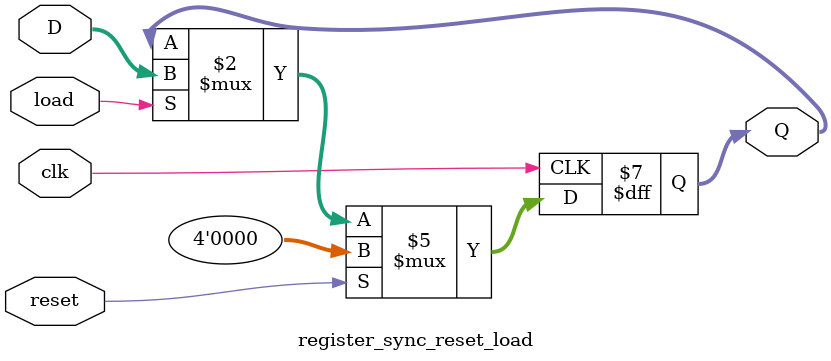
<source format=v>
`timescale 1ns / 1ps


module register_sync_reset_load(
    input wire [3:0] D,
    input wire clk,
    input wire reset,
    input wire load,
    output reg [3:0] Q
    );

always @(posedge clk) 
    if (reset) 
        begin 
            Q <= 4'b0; 
        end else if (load) 
        begin 
            Q <= D; 
        end 

endmodule

</source>
